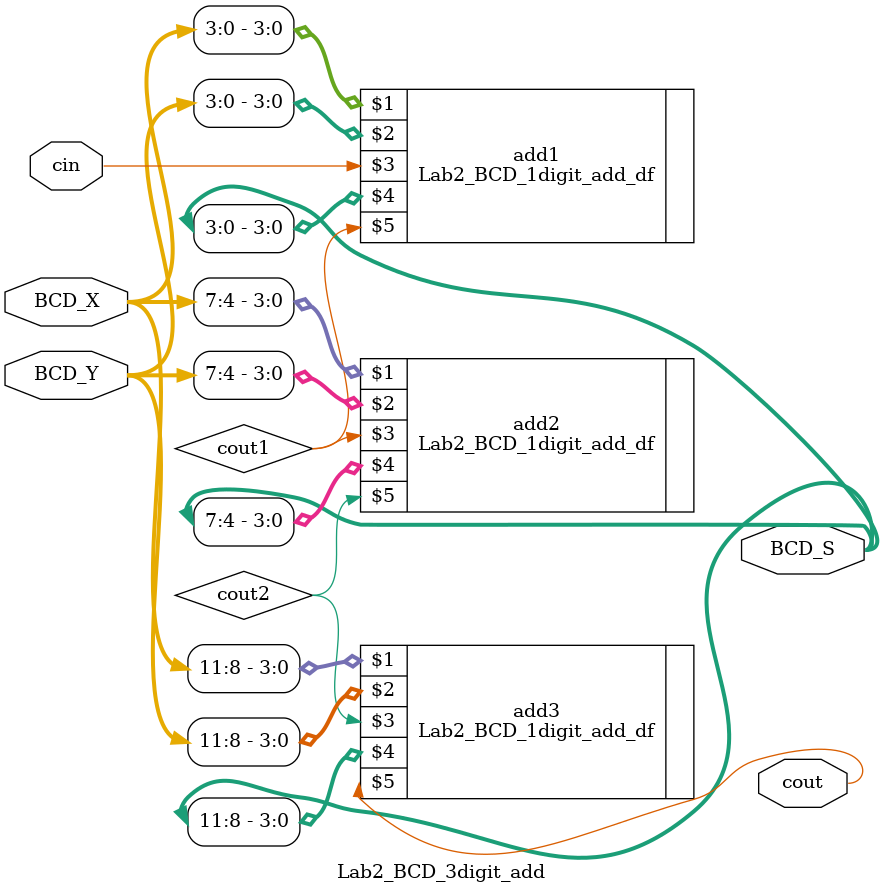
<source format=v>
module Lab2_BCD_3digit_add (input [11:0] BCD_X, BCD_Y, input cin, output [11:0] BCD_S, output cout);
    wire cout1, cout2;
    Lab2_BCD_1digit_add_df add1(BCD_X[3:0], BCD_Y[3:0], cin, BCD_S[3:0], cout1);
    Lab2_BCD_1digit_add_df add2(BCD_X[7:4], BCD_Y[7:4], cout1, BCD_S[7:4], cout2);
    Lab2_BCD_1digit_add_df add3(BCD_X[11:8], BCD_Y[11:8], cout2, BCD_S[11:8], cout);

endmodule
</source>
